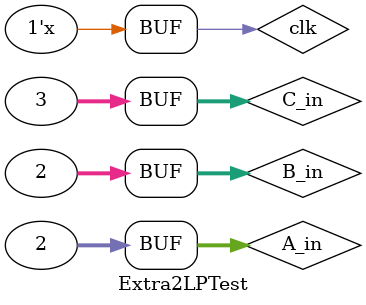
<source format=v>

`timescale 1ns / 1ps
module Extra2LPTest;

    // Inputs
    reg clk=0;
    reg [31:0] A_in;
    reg [31:0] B_in;
    reg [31:0] C_in;

    // Outputs
    wire [35:0] Q;

    // Instantiate the Unit Under Test (UUT)
    Extra2LPTop uut (
        .clk(clk), 
        .A_in(A_in), 
        .B_in(B_in), 
        .C_in(C_in), 
        .Q(Q)
    );

always #5 clk <= !clk;

    initial begin
            A_in = 0;
            B_in = 0;
            C_in = 0;
        #100;
        
        //Stimulus 1
            A_in = 2;
            B_in = 3;
            C_in = 4;
        # 10;
        
        //Stimulus 2
            A_in = 1;
            B_in = 1;
            C_in = 1;
        # 10;
        
        //Stimulus 3
            A_in = 2;
            B_in = 2;
            C_in = 3;
        # 10;

    end
      
endmodule




</source>
